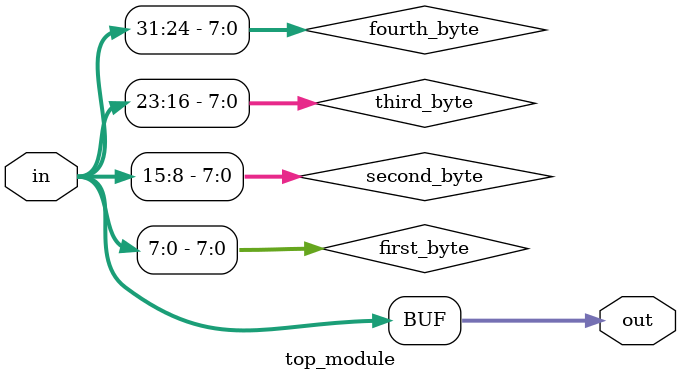
<source format=sv>
module top_module (
	input [31:0] in,
	output [31:0] out
);
	
	wire [7:0] first_byte;
	wire [7:0] second_byte;
	wire [7:0] third_byte;
	wire [7:0] fourth_byte;
	
	assign first_byte = in[7:0];
	assign second_byte = in[15:8];
	assign third_byte = in[23:16];
	assign fourth_byte = in[31:24];
	
	assign out = {fourth_byte, third_byte, second_byte, first_byte};

endmodule

</source>
